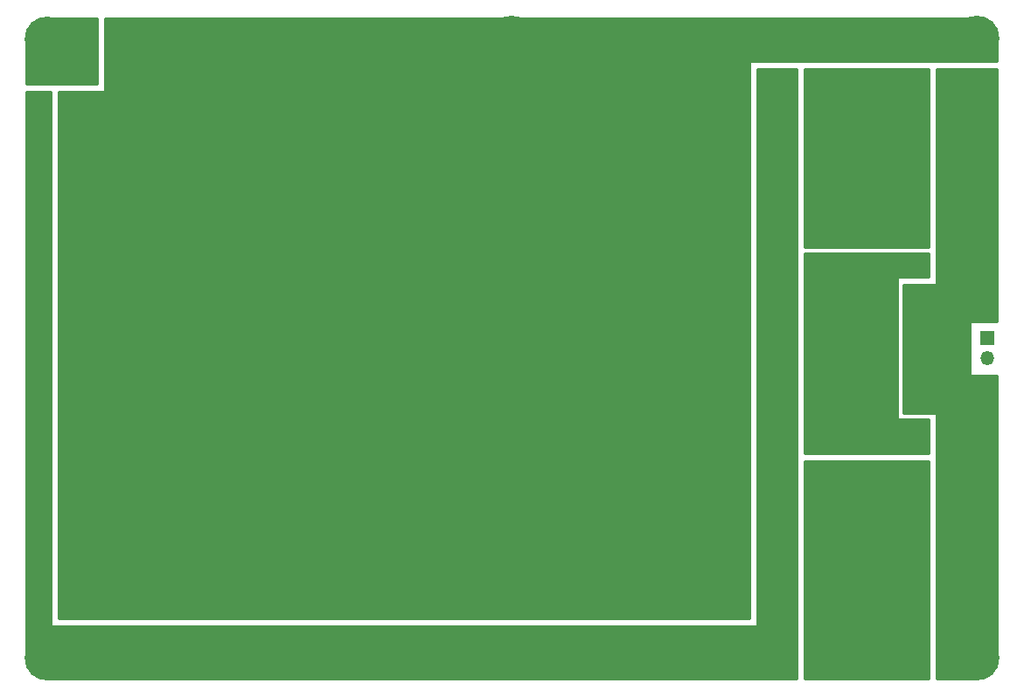
<source format=gbr>
G04 #@! TF.FileFunction,Copper,L2,Bot,Signal*
%FSLAX46Y46*%
G04 Gerber Fmt 4.6, Leading zero omitted, Abs format (unit mm)*
G04 Created by KiCad (PCBNEW 4.0.7) date Sun Apr  1 16:38:54 2018*
%MOMM*%
%LPD*%
G01*
G04 APERTURE LIST*
%ADD10C,0.100000*%
%ADD11C,4.400000*%
%ADD12R,1.350000X1.350000*%
%ADD13O,1.350000X1.350000*%
%ADD14C,1.000000*%
%ADD15C,0.600000*%
%ADD16C,0.400000*%
%ADD17C,0.254000*%
G04 APERTURE END LIST*
D10*
D11*
X112200000Y-90600000D03*
X67225000Y-30625000D03*
X157175000Y-30600000D03*
X157200000Y-90600000D03*
X112200000Y-30600000D03*
X67200000Y-90600000D03*
D12*
X158200000Y-59600000D03*
D13*
X158200000Y-61600000D03*
D14*
X66400000Y-83100000D03*
X66400000Y-75600000D03*
X66400000Y-68100000D03*
X66400000Y-38400000D03*
X66400000Y-45600000D03*
X66400000Y-53100000D03*
X66400000Y-60600000D03*
X138200000Y-90100000D03*
X129700000Y-90100000D03*
X119700000Y-90100000D03*
X104700000Y-90100000D03*
X94700000Y-90100000D03*
X84700000Y-90100000D03*
X74700000Y-90100000D03*
X149700000Y-31100000D03*
X139700000Y-31100000D03*
X129700000Y-31100000D03*
X119700000Y-31100000D03*
X104700000Y-31100000D03*
X94700000Y-31100000D03*
X84700000Y-31100000D03*
X74700000Y-31100000D03*
X156300000Y-38100000D03*
X156300000Y-45600000D03*
X156300000Y-53100000D03*
X156300000Y-83100000D03*
X156300000Y-75600000D03*
X156300000Y-68100000D03*
D15*
X156000000Y-81000000D03*
X154600000Y-81000000D03*
X154600000Y-78200000D03*
X156000000Y-78200000D03*
X156000000Y-79600000D03*
X154600000Y-79600000D03*
X153100000Y-62000000D03*
X151700000Y-62000000D03*
X151700000Y-59200000D03*
X153100000Y-59200000D03*
X153100000Y-60600000D03*
X151700000Y-60600000D03*
X154600000Y-43000000D03*
X156000000Y-43000000D03*
X156000000Y-41600000D03*
X156000000Y-40200000D03*
X154600000Y-40200000D03*
X154600000Y-41600000D03*
X70800000Y-32299992D03*
X70800000Y-33700000D03*
D14*
X149699996Y-90100000D03*
D15*
X147700000Y-83000000D03*
X147700000Y-84400000D03*
X149100000Y-84400000D03*
X150500000Y-84400000D03*
X150500000Y-83000000D03*
X149100000Y-83000000D03*
X150500000Y-76200000D03*
X150500000Y-74800000D03*
X149100000Y-74800000D03*
X147700000Y-74800000D03*
X147700000Y-76200000D03*
X149100000Y-76200000D03*
X147700000Y-66800000D03*
X149100000Y-66800000D03*
X149100000Y-65400000D03*
X147700000Y-65400000D03*
X147700000Y-64000000D03*
X149100000Y-64000000D03*
X147700000Y-54400000D03*
X149100000Y-54400000D03*
X149100000Y-55800000D03*
X147700000Y-55800000D03*
X147700000Y-57200000D03*
X149100000Y-57200000D03*
X147700000Y-45000000D03*
X147700000Y-46400000D03*
X149100000Y-46400000D03*
X150500000Y-46400000D03*
X150500000Y-45000000D03*
X149100000Y-45000000D03*
X147700000Y-38200000D03*
X147700000Y-36800000D03*
X149100000Y-36800000D03*
X150500000Y-36800000D03*
X150500000Y-38200000D03*
X149100000Y-38200000D03*
D16*
X66400000Y-68100000D02*
X66400000Y-75600000D01*
X66400000Y-45600000D02*
X66400000Y-38100000D01*
X66400000Y-60600000D02*
X66400000Y-53100000D01*
X129700000Y-90100000D02*
X138200000Y-90100000D01*
X112200000Y-90600000D02*
X119200000Y-90600000D01*
X119200000Y-90600000D02*
X119700000Y-90100000D01*
X94700000Y-90100000D02*
X104700000Y-90100000D01*
X74700000Y-90100000D02*
X84700000Y-90100000D01*
X129700000Y-31100000D02*
X139700000Y-31100000D01*
X112200000Y-30600000D02*
X119200000Y-30600000D01*
X119200000Y-30600000D02*
X119700000Y-31100000D01*
X94700000Y-31100000D02*
X104700000Y-31100000D01*
X74700000Y-31100000D02*
X84700000Y-31100000D01*
X156300000Y-53100000D02*
X156300000Y-45600000D01*
X156300000Y-75600000D02*
X156300000Y-83100000D01*
X157200000Y-90600000D02*
X157200000Y-69000000D01*
X157200000Y-69000000D02*
X156300000Y-68100000D01*
X154600000Y-81000000D02*
X156000000Y-81000000D01*
X156000000Y-78200000D02*
X154600000Y-78200000D01*
X154600000Y-79600000D02*
X156000000Y-79600000D01*
X151700000Y-62000000D02*
X153100000Y-62000000D01*
X153100000Y-59200000D02*
X151700000Y-59200000D01*
X151700000Y-60600000D02*
X153100000Y-60600000D01*
X156000000Y-43000000D02*
X154600000Y-43000000D01*
X156000000Y-40200000D02*
X156000000Y-41600000D01*
X154600000Y-41600000D02*
X154600000Y-40200000D01*
X157200000Y-90600000D02*
X157200000Y-65600000D01*
X70800000Y-33700000D02*
X70800000Y-32299992D01*
X147700000Y-84400000D02*
X147700000Y-83000000D01*
X150500000Y-84400000D02*
X149100000Y-84400000D01*
X149100000Y-83000000D02*
X150500000Y-83000000D01*
X150500000Y-74800000D02*
X150500000Y-76200000D01*
X147700000Y-74800000D02*
X149100000Y-74800000D01*
X149100000Y-76200000D02*
X147700000Y-76200000D01*
X149100000Y-66800000D02*
X147700000Y-66800000D01*
X147700000Y-65400000D02*
X149100000Y-65400000D01*
X149100000Y-64000000D02*
X147700000Y-64000000D01*
X149100000Y-54400000D02*
X147700000Y-54400000D01*
X147700000Y-55800000D02*
X149100000Y-55800000D01*
X149100000Y-57200000D02*
X147700000Y-57200000D01*
X147700000Y-46400000D02*
X147700000Y-45000000D01*
X150500000Y-46400000D02*
X149100000Y-46400000D01*
X149100000Y-45000000D02*
X150500000Y-45000000D01*
X147700000Y-36800000D02*
X147700000Y-38200000D01*
X150500000Y-36800000D02*
X149100000Y-36800000D01*
X149100000Y-38200000D02*
X150500000Y-38200000D01*
D17*
G36*
X157587613Y-28642413D02*
X157960459Y-28754982D01*
X158304347Y-28937830D01*
X158606165Y-29183987D01*
X158854423Y-29484081D01*
X159039663Y-29826677D01*
X159154833Y-30198731D01*
X159198000Y-30609436D01*
X159198000Y-32773000D01*
X135300000Y-32773000D01*
X135264619Y-32778028D01*
X135232039Y-32792714D01*
X135204840Y-32815895D01*
X135185177Y-32845736D01*
X135174605Y-32879873D01*
X135173000Y-32900000D01*
X135173000Y-86773000D01*
X68327000Y-86773000D01*
X68327000Y-35727000D01*
X72700000Y-35727000D01*
X72735381Y-35721972D01*
X72767961Y-35707286D01*
X72795160Y-35684105D01*
X72814823Y-35654264D01*
X72825395Y-35620127D01*
X72827000Y-35600000D01*
X72827000Y-28602000D01*
X157175450Y-28602000D01*
X157587613Y-28642413D01*
X157587613Y-28642413D01*
G37*
X157587613Y-28642413D02*
X157960459Y-28754982D01*
X158304347Y-28937830D01*
X158606165Y-29183987D01*
X158854423Y-29484081D01*
X159039663Y-29826677D01*
X159154833Y-30198731D01*
X159198000Y-30609436D01*
X159198000Y-32773000D01*
X135300000Y-32773000D01*
X135264619Y-32778028D01*
X135232039Y-32792714D01*
X135204840Y-32815895D01*
X135185177Y-32845736D01*
X135174605Y-32879873D01*
X135173000Y-32900000D01*
X135173000Y-86773000D01*
X68327000Y-86773000D01*
X68327000Y-35727000D01*
X72700000Y-35727000D01*
X72735381Y-35721972D01*
X72767961Y-35707286D01*
X72795160Y-35684105D01*
X72814823Y-35654264D01*
X72825395Y-35620127D01*
X72827000Y-35600000D01*
X72827000Y-28602000D01*
X157175450Y-28602000D01*
X157587613Y-28642413D01*
G36*
X139773000Y-92598000D02*
X67224551Y-92598000D01*
X66812386Y-92557587D01*
X66439538Y-92445018D01*
X66095654Y-92262170D01*
X65793837Y-92016015D01*
X65545579Y-91715922D01*
X65360338Y-91373326D01*
X65245167Y-91001269D01*
X65202000Y-90590564D01*
X65202000Y-35727000D01*
X67573000Y-35727000D01*
X67573000Y-87400000D01*
X67578028Y-87435381D01*
X67592714Y-87467961D01*
X67615895Y-87495160D01*
X67645736Y-87514823D01*
X67679873Y-87525395D01*
X67700000Y-87527000D01*
X135800000Y-87527000D01*
X135835381Y-87521972D01*
X135867961Y-87507286D01*
X135895160Y-87484105D01*
X135914823Y-87454264D01*
X135925395Y-87420127D01*
X135927000Y-87400000D01*
X135927000Y-33527000D01*
X139773000Y-33527000D01*
X139773000Y-92598000D01*
X139773000Y-92598000D01*
G37*
X139773000Y-92598000D02*
X67224551Y-92598000D01*
X66812386Y-92557587D01*
X66439538Y-92445018D01*
X66095654Y-92262170D01*
X65793837Y-92016015D01*
X65545579Y-91715922D01*
X65360338Y-91373326D01*
X65245167Y-91001269D01*
X65202000Y-90590564D01*
X65202000Y-35727000D01*
X67573000Y-35727000D01*
X67573000Y-87400000D01*
X67578028Y-87435381D01*
X67592714Y-87467961D01*
X67615895Y-87495160D01*
X67645736Y-87514823D01*
X67679873Y-87525395D01*
X67700000Y-87527000D01*
X135800000Y-87527000D01*
X135835381Y-87521972D01*
X135867961Y-87507286D01*
X135895160Y-87484105D01*
X135914823Y-87454264D01*
X135925395Y-87420127D01*
X135927000Y-87400000D01*
X135927000Y-33527000D01*
X139773000Y-33527000D01*
X139773000Y-92598000D01*
G36*
X159198000Y-57973000D02*
X156700000Y-57973000D01*
X156664619Y-57978028D01*
X156632039Y-57992714D01*
X156604840Y-58015895D01*
X156585177Y-58045736D01*
X156574605Y-58079873D01*
X156573000Y-58100000D01*
X156573000Y-63100000D01*
X156578028Y-63135381D01*
X156592714Y-63167961D01*
X156615895Y-63195160D01*
X156645736Y-63214823D01*
X156679873Y-63225395D01*
X156700000Y-63227000D01*
X159198000Y-63227000D01*
X159198000Y-90575449D01*
X159157587Y-90987614D01*
X159045018Y-91360462D01*
X158862170Y-91704346D01*
X158616015Y-92006163D01*
X158315922Y-92254421D01*
X157973326Y-92439662D01*
X157601269Y-92554833D01*
X157190564Y-92598000D01*
X153327000Y-92598000D01*
X153327000Y-67000000D01*
X153321972Y-66964619D01*
X153307286Y-66932039D01*
X153284105Y-66904840D01*
X153254264Y-66885177D01*
X153220127Y-66874605D01*
X153200000Y-66873000D01*
X150127000Y-66873000D01*
X150127000Y-54427000D01*
X153200000Y-54427000D01*
X153235381Y-54421972D01*
X153267961Y-54407286D01*
X153295160Y-54384105D01*
X153314823Y-54354264D01*
X153325395Y-54320127D01*
X153327000Y-54300000D01*
X153327000Y-33527000D01*
X159198000Y-33527000D01*
X159198000Y-57973000D01*
X159198000Y-57973000D01*
G37*
X159198000Y-57973000D02*
X156700000Y-57973000D01*
X156664619Y-57978028D01*
X156632039Y-57992714D01*
X156604840Y-58015895D01*
X156585177Y-58045736D01*
X156574605Y-58079873D01*
X156573000Y-58100000D01*
X156573000Y-63100000D01*
X156578028Y-63135381D01*
X156592714Y-63167961D01*
X156615895Y-63195160D01*
X156645736Y-63214823D01*
X156679873Y-63225395D01*
X156700000Y-63227000D01*
X159198000Y-63227000D01*
X159198000Y-90575449D01*
X159157587Y-90987614D01*
X159045018Y-91360462D01*
X158862170Y-91704346D01*
X158616015Y-92006163D01*
X158315922Y-92254421D01*
X157973326Y-92439662D01*
X157601269Y-92554833D01*
X157190564Y-92598000D01*
X153327000Y-92598000D01*
X153327000Y-67000000D01*
X153321972Y-66964619D01*
X153307286Y-66932039D01*
X153284105Y-66904840D01*
X153254264Y-66885177D01*
X153220127Y-66874605D01*
X153200000Y-66873000D01*
X150127000Y-66873000D01*
X150127000Y-54427000D01*
X153200000Y-54427000D01*
X153235381Y-54421972D01*
X153267961Y-54407286D01*
X153295160Y-54384105D01*
X153314823Y-54354264D01*
X153325395Y-54320127D01*
X153327000Y-54300000D01*
X153327000Y-33527000D01*
X159198000Y-33527000D01*
X159198000Y-57973000D01*
G36*
X152573000Y-50773000D02*
X140527000Y-50773000D01*
X140527000Y-33527000D01*
X152573000Y-33527000D01*
X152573000Y-50773000D01*
X152573000Y-50773000D01*
G37*
X152573000Y-50773000D02*
X140527000Y-50773000D01*
X140527000Y-33527000D01*
X152573000Y-33527000D01*
X152573000Y-50773000D01*
G36*
X72073000Y-34973000D02*
X65202000Y-34973000D01*
X65202000Y-30624550D01*
X65242413Y-30212387D01*
X65354982Y-29839541D01*
X65537830Y-29495653D01*
X65783987Y-29193835D01*
X66084081Y-28945577D01*
X66426677Y-28760337D01*
X66798731Y-28645167D01*
X67209436Y-28602000D01*
X72073000Y-28602000D01*
X72073000Y-34973000D01*
X72073000Y-34973000D01*
G37*
X72073000Y-34973000D02*
X65202000Y-34973000D01*
X65202000Y-30624550D01*
X65242413Y-30212387D01*
X65354982Y-29839541D01*
X65537830Y-29495653D01*
X65783987Y-29193835D01*
X66084081Y-28945577D01*
X66426677Y-28760337D01*
X66798731Y-28645167D01*
X67209436Y-28602000D01*
X72073000Y-28602000D01*
X72073000Y-34973000D01*
G36*
X152573000Y-53673000D02*
X149600000Y-53673000D01*
X149564619Y-53678028D01*
X149532039Y-53692714D01*
X149504840Y-53715895D01*
X149485177Y-53745736D01*
X149474605Y-53779873D01*
X149473000Y-53800000D01*
X149473000Y-67400000D01*
X149478028Y-67435381D01*
X149492714Y-67467961D01*
X149515895Y-67495160D01*
X149545736Y-67514823D01*
X149579873Y-67525395D01*
X149600000Y-67527000D01*
X152573000Y-67527000D01*
X152573000Y-70773000D01*
X140527000Y-70773000D01*
X140527000Y-51427000D01*
X152573000Y-51427000D01*
X152573000Y-53673000D01*
X152573000Y-53673000D01*
G37*
X152573000Y-53673000D02*
X149600000Y-53673000D01*
X149564619Y-53678028D01*
X149532039Y-53692714D01*
X149504840Y-53715895D01*
X149485177Y-53745736D01*
X149474605Y-53779873D01*
X149473000Y-53800000D01*
X149473000Y-67400000D01*
X149478028Y-67435381D01*
X149492714Y-67467961D01*
X149515895Y-67495160D01*
X149545736Y-67514823D01*
X149579873Y-67525395D01*
X149600000Y-67527000D01*
X152573000Y-67527000D01*
X152573000Y-70773000D01*
X140527000Y-70773000D01*
X140527000Y-51427000D01*
X152573000Y-51427000D01*
X152573000Y-53673000D01*
G36*
X152573000Y-92598000D02*
X140527000Y-92598000D01*
X140527000Y-71521264D01*
X152573000Y-71521264D01*
X152573000Y-92598000D01*
X152573000Y-92598000D01*
G37*
X152573000Y-92598000D02*
X140527000Y-92598000D01*
X140527000Y-71521264D01*
X152573000Y-71521264D01*
X152573000Y-92598000D01*
M02*

</source>
